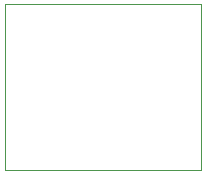
<source format=gbr>
%TF.GenerationSoftware,KiCad,Pcbnew,8.0.5*%
%TF.CreationDate,2026-02-01T00:57:27+07:00*%
%TF.ProjectId,18650_Charger,31383635-305f-4436-9861-726765722e6b,rev?*%
%TF.SameCoordinates,Original*%
%TF.FileFunction,Profile,NP*%
%FSLAX46Y46*%
G04 Gerber Fmt 4.6, Leading zero omitted, Abs format (unit mm)*
G04 Created by KiCad (PCBNEW 8.0.5) date 2026-02-01 00:57:27*
%MOMM*%
%LPD*%
G01*
G04 APERTURE LIST*
%TA.AperFunction,Profile*%
%ADD10C,0.050000*%
%TD*%
G04 APERTURE END LIST*
D10*
X121470000Y-57480000D02*
X138060000Y-57480000D01*
X138060000Y-71490000D01*
X121470000Y-71490000D01*
X121470000Y-57480000D01*
M02*

</source>
